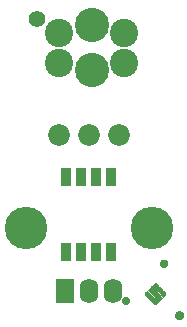
<source format=gbs>
%TF.GenerationSoftware,KiCad,Pcbnew,4.0.7*%
%TF.CreationDate,2018-05-06T15:58:21+02:00*%
%TF.ProjectId,Modulo IR,4D6F64756C6F2049522E6B696361645F,1.0*%
%TF.FileFunction,Soldermask,Bot*%
%FSLAX46Y46*%
G04 Gerber Fmt 4.6, Leading zero omitted, Abs format (unit mm)*
G04 Created by KiCad (PCBNEW 4.0.7) date 05/06/18 15:58:21*
%MOMM*%
%LPD*%
G01*
G04 APERTURE LIST*
%ADD10C,0.100000*%
%ADD11C,0.010000*%
%ADD12C,1.840000*%
%ADD13R,0.908000X1.543000*%
%ADD14R,1.600000X2.100000*%
%ADD15O,1.600000X2.100000*%
%ADD16C,2.400000*%
%ADD17C,2.900000*%
%ADD18C,1.400000*%
%ADD19C,3.600000*%
G04 APERTURE END LIST*
D10*
D11*
G36*
X17233402Y-31229004D02*
X17230410Y-31229707D01*
X17171109Y-31250345D01*
X17117065Y-31281674D01*
X17069681Y-31322285D01*
X17030357Y-31370767D01*
X17000494Y-31425712D01*
X16983111Y-31478472D01*
X16974010Y-31542818D01*
X16977352Y-31605053D01*
X16992972Y-31664616D01*
X17020709Y-31720948D01*
X17060399Y-31773489D01*
X17072704Y-31786508D01*
X17116802Y-31825316D01*
X17163114Y-31853521D01*
X17215319Y-31873135D01*
X17243982Y-31880180D01*
X17284638Y-31887047D01*
X17320009Y-31888434D01*
X17356267Y-31884340D01*
X17376775Y-31880212D01*
X17439524Y-31860048D01*
X17495676Y-31829377D01*
X17544334Y-31789042D01*
X17584598Y-31739887D01*
X17615571Y-31682754D01*
X17630075Y-31642484D01*
X17639227Y-31593119D01*
X17640016Y-31538680D01*
X17632881Y-31483250D01*
X17618264Y-31430908D01*
X17603688Y-31398050D01*
X17586971Y-31372530D01*
X17563146Y-31343678D01*
X17535254Y-31314545D01*
X17506335Y-31288186D01*
X17479431Y-31267653D01*
X17465675Y-31259478D01*
X17410177Y-31237526D01*
X17350555Y-31224825D01*
X17290425Y-31221832D01*
X17233402Y-31229004D01*
X17233402Y-31229004D01*
G37*
X17233402Y-31229004D02*
X17230410Y-31229707D01*
X17171109Y-31250345D01*
X17117065Y-31281674D01*
X17069681Y-31322285D01*
X17030357Y-31370767D01*
X17000494Y-31425712D01*
X16983111Y-31478472D01*
X16974010Y-31542818D01*
X16977352Y-31605053D01*
X16992972Y-31664616D01*
X17020709Y-31720948D01*
X17060399Y-31773489D01*
X17072704Y-31786508D01*
X17116802Y-31825316D01*
X17163114Y-31853521D01*
X17215319Y-31873135D01*
X17243982Y-31880180D01*
X17284638Y-31887047D01*
X17320009Y-31888434D01*
X17356267Y-31884340D01*
X17376775Y-31880212D01*
X17439524Y-31860048D01*
X17495676Y-31829377D01*
X17544334Y-31789042D01*
X17584598Y-31739887D01*
X17615571Y-31682754D01*
X17630075Y-31642484D01*
X17639227Y-31593119D01*
X17640016Y-31538680D01*
X17632881Y-31483250D01*
X17618264Y-31430908D01*
X17603688Y-31398050D01*
X17586971Y-31372530D01*
X17563146Y-31343678D01*
X17535254Y-31314545D01*
X17506335Y-31288186D01*
X17479431Y-31267653D01*
X17465675Y-31259478D01*
X17410177Y-31237526D01*
X17350555Y-31224825D01*
X17290425Y-31221832D01*
X17233402Y-31229004D01*
G36*
X15260754Y-28859192D02*
X15237444Y-28862446D01*
X15212779Y-28870042D01*
X15206679Y-28872740D01*
X15195542Y-28880434D01*
X15176455Y-28896586D01*
X15149298Y-28921309D01*
X15113952Y-28954718D01*
X15070297Y-28996927D01*
X15018213Y-29048049D01*
X14957580Y-29108200D01*
X14916179Y-29149539D01*
X14652682Y-29413201D01*
X14928635Y-29689209D01*
X14985579Y-29746121D01*
X15034269Y-29794660D01*
X15075399Y-29835469D01*
X15109658Y-29869191D01*
X15137740Y-29896469D01*
X15160336Y-29917946D01*
X15178136Y-29934264D01*
X15191834Y-29946066D01*
X15202120Y-29953996D01*
X15209686Y-29958697D01*
X15215224Y-29960810D01*
X15219426Y-29960980D01*
X15220707Y-29960699D01*
X15255085Y-29956186D01*
X15293240Y-29959334D01*
X15329351Y-29969488D01*
X15339371Y-29974032D01*
X15375397Y-29998893D01*
X15402824Y-30031357D01*
X15420921Y-30069227D01*
X15428961Y-30110302D01*
X15426212Y-30152386D01*
X15412067Y-30193042D01*
X15393610Y-30219799D01*
X15367853Y-30245112D01*
X15338960Y-30265456D01*
X15313197Y-30276752D01*
X15268643Y-30283377D01*
X15226284Y-30278774D01*
X15187734Y-30264119D01*
X15154609Y-30240588D01*
X15128524Y-30209355D01*
X15111094Y-30171596D01*
X15103934Y-30128487D01*
X15103849Y-30124400D01*
X15104360Y-30100797D01*
X15106065Y-30080858D01*
X15108187Y-30070346D01*
X15108031Y-30066530D01*
X15105036Y-30060407D01*
X15098595Y-30051330D01*
X15088099Y-30038654D01*
X15072941Y-30021730D01*
X15052514Y-29999913D01*
X15026211Y-29972557D01*
X14993423Y-29939014D01*
X14953543Y-29898638D01*
X14905963Y-29850783D01*
X14850077Y-29794801D01*
X14836763Y-29781487D01*
X14560627Y-29505406D01*
X14487125Y-29578365D01*
X14451846Y-29614101D01*
X14425082Y-29643220D01*
X14405742Y-29667407D01*
X14392731Y-29688348D01*
X14384957Y-29707729D01*
X14381328Y-29727237D01*
X14380667Y-29742588D01*
X14383253Y-29771801D01*
X14390094Y-29796682D01*
X14391860Y-29800550D01*
X14398188Y-29808724D01*
X14412765Y-29825001D01*
X14434788Y-29848575D01*
X14463455Y-29878642D01*
X14497963Y-29914394D01*
X14537508Y-29955028D01*
X14581287Y-29999738D01*
X14628499Y-30047718D01*
X14678339Y-30098164D01*
X14730005Y-30150270D01*
X14782694Y-30203230D01*
X14835604Y-30256240D01*
X14887930Y-30308493D01*
X14938871Y-30359186D01*
X14987623Y-30407511D01*
X15033384Y-30452665D01*
X15075350Y-30493842D01*
X15112718Y-30530236D01*
X15144687Y-30561042D01*
X15170452Y-30585455D01*
X15189211Y-30602669D01*
X15200161Y-30611880D01*
X15201900Y-30613014D01*
X15233688Y-30624598D01*
X15267739Y-30629103D01*
X15294876Y-30626479D01*
X15314094Y-30619597D01*
X15334317Y-30609350D01*
X15336151Y-30608228D01*
X15344483Y-30601352D01*
X15360886Y-30586309D01*
X15384487Y-30563946D01*
X15414414Y-30535114D01*
X15449795Y-30500661D01*
X15489755Y-30461437D01*
X15533423Y-30418289D01*
X15579927Y-30372067D01*
X15617806Y-30334225D01*
X15878137Y-30073580D01*
X15325725Y-29521834D01*
X15295694Y-29528882D01*
X15255048Y-29532172D01*
X15214773Y-29523867D01*
X15176984Y-29504949D01*
X15143797Y-29476403D01*
X15122662Y-29448403D01*
X15112473Y-29430373D01*
X15106693Y-29414371D01*
X15104138Y-29395473D01*
X15103623Y-29369247D01*
X15106842Y-29328682D01*
X15117236Y-29295751D01*
X15136325Y-29266718D01*
X15152132Y-29250046D01*
X15187857Y-29223865D01*
X15227183Y-29208738D01*
X15268118Y-29204317D01*
X15308672Y-29210255D01*
X15346852Y-29226202D01*
X15380669Y-29251810D01*
X15408131Y-29286731D01*
X15413172Y-29295725D01*
X15421746Y-29320616D01*
X15426526Y-29352187D01*
X15427057Y-29384863D01*
X15422884Y-29413069D01*
X15422779Y-29413443D01*
X15422411Y-29417337D01*
X15423756Y-29422317D01*
X15427455Y-29429076D01*
X15434153Y-29438306D01*
X15444492Y-29450699D01*
X15459116Y-29466946D01*
X15478667Y-29487739D01*
X15503789Y-29513770D01*
X15535124Y-29545731D01*
X15573315Y-29584314D01*
X15619006Y-29630210D01*
X15672839Y-29684112D01*
X15694206Y-29705480D01*
X15970179Y-29981398D01*
X16046577Y-29905261D01*
X16075120Y-29875945D01*
X16100199Y-29848519D01*
X16120111Y-29824945D01*
X16133154Y-29807191D01*
X16136246Y-29801794D01*
X16147624Y-29764554D01*
X16148024Y-29725083D01*
X16137445Y-29687537D01*
X16136253Y-29685005D01*
X16130167Y-29676157D01*
X16117275Y-29660846D01*
X16097322Y-29638809D01*
X16070057Y-29609785D01*
X16035224Y-29573512D01*
X15992571Y-29529728D01*
X15941844Y-29478172D01*
X15882789Y-29418582D01*
X15815153Y-29350696D01*
X15738682Y-29274251D01*
X15730708Y-29266294D01*
X15660887Y-29196630D01*
X15599450Y-29135380D01*
X15545774Y-29082003D01*
X15499236Y-29035960D01*
X15459213Y-28996712D01*
X15425082Y-28963717D01*
X15396219Y-28936438D01*
X15372002Y-28914333D01*
X15351808Y-28896863D01*
X15335013Y-28883489D01*
X15320995Y-28873670D01*
X15309129Y-28866867D01*
X15298794Y-28862540D01*
X15289367Y-28860150D01*
X15280223Y-28859156D01*
X15270740Y-28859019D01*
X15260754Y-28859192D01*
X15260754Y-28859192D01*
G37*
X15260754Y-28859192D02*
X15237444Y-28862446D01*
X15212779Y-28870042D01*
X15206679Y-28872740D01*
X15195542Y-28880434D01*
X15176455Y-28896586D01*
X15149298Y-28921309D01*
X15113952Y-28954718D01*
X15070297Y-28996927D01*
X15018213Y-29048049D01*
X14957580Y-29108200D01*
X14916179Y-29149539D01*
X14652682Y-29413201D01*
X14928635Y-29689209D01*
X14985579Y-29746121D01*
X15034269Y-29794660D01*
X15075399Y-29835469D01*
X15109658Y-29869191D01*
X15137740Y-29896469D01*
X15160336Y-29917946D01*
X15178136Y-29934264D01*
X15191834Y-29946066D01*
X15202120Y-29953996D01*
X15209686Y-29958697D01*
X15215224Y-29960810D01*
X15219426Y-29960980D01*
X15220707Y-29960699D01*
X15255085Y-29956186D01*
X15293240Y-29959334D01*
X15329351Y-29969488D01*
X15339371Y-29974032D01*
X15375397Y-29998893D01*
X15402824Y-30031357D01*
X15420921Y-30069227D01*
X15428961Y-30110302D01*
X15426212Y-30152386D01*
X15412067Y-30193042D01*
X15393610Y-30219799D01*
X15367853Y-30245112D01*
X15338960Y-30265456D01*
X15313197Y-30276752D01*
X15268643Y-30283377D01*
X15226284Y-30278774D01*
X15187734Y-30264119D01*
X15154609Y-30240588D01*
X15128524Y-30209355D01*
X15111094Y-30171596D01*
X15103934Y-30128487D01*
X15103849Y-30124400D01*
X15104360Y-30100797D01*
X15106065Y-30080858D01*
X15108187Y-30070346D01*
X15108031Y-30066530D01*
X15105036Y-30060407D01*
X15098595Y-30051330D01*
X15088099Y-30038654D01*
X15072941Y-30021730D01*
X15052514Y-29999913D01*
X15026211Y-29972557D01*
X14993423Y-29939014D01*
X14953543Y-29898638D01*
X14905963Y-29850783D01*
X14850077Y-29794801D01*
X14836763Y-29781487D01*
X14560627Y-29505406D01*
X14487125Y-29578365D01*
X14451846Y-29614101D01*
X14425082Y-29643220D01*
X14405742Y-29667407D01*
X14392731Y-29688348D01*
X14384957Y-29707729D01*
X14381328Y-29727237D01*
X14380667Y-29742588D01*
X14383253Y-29771801D01*
X14390094Y-29796682D01*
X14391860Y-29800550D01*
X14398188Y-29808724D01*
X14412765Y-29825001D01*
X14434788Y-29848575D01*
X14463455Y-29878642D01*
X14497963Y-29914394D01*
X14537508Y-29955028D01*
X14581287Y-29999738D01*
X14628499Y-30047718D01*
X14678339Y-30098164D01*
X14730005Y-30150270D01*
X14782694Y-30203230D01*
X14835604Y-30256240D01*
X14887930Y-30308493D01*
X14938871Y-30359186D01*
X14987623Y-30407511D01*
X15033384Y-30452665D01*
X15075350Y-30493842D01*
X15112718Y-30530236D01*
X15144687Y-30561042D01*
X15170452Y-30585455D01*
X15189211Y-30602669D01*
X15200161Y-30611880D01*
X15201900Y-30613014D01*
X15233688Y-30624598D01*
X15267739Y-30629103D01*
X15294876Y-30626479D01*
X15314094Y-30619597D01*
X15334317Y-30609350D01*
X15336151Y-30608228D01*
X15344483Y-30601352D01*
X15360886Y-30586309D01*
X15384487Y-30563946D01*
X15414414Y-30535114D01*
X15449795Y-30500661D01*
X15489755Y-30461437D01*
X15533423Y-30418289D01*
X15579927Y-30372067D01*
X15617806Y-30334225D01*
X15878137Y-30073580D01*
X15325725Y-29521834D01*
X15295694Y-29528882D01*
X15255048Y-29532172D01*
X15214773Y-29523867D01*
X15176984Y-29504949D01*
X15143797Y-29476403D01*
X15122662Y-29448403D01*
X15112473Y-29430373D01*
X15106693Y-29414371D01*
X15104138Y-29395473D01*
X15103623Y-29369247D01*
X15106842Y-29328682D01*
X15117236Y-29295751D01*
X15136325Y-29266718D01*
X15152132Y-29250046D01*
X15187857Y-29223865D01*
X15227183Y-29208738D01*
X15268118Y-29204317D01*
X15308672Y-29210255D01*
X15346852Y-29226202D01*
X15380669Y-29251810D01*
X15408131Y-29286731D01*
X15413172Y-29295725D01*
X15421746Y-29320616D01*
X15426526Y-29352187D01*
X15427057Y-29384863D01*
X15422884Y-29413069D01*
X15422779Y-29413443D01*
X15422411Y-29417337D01*
X15423756Y-29422317D01*
X15427455Y-29429076D01*
X15434153Y-29438306D01*
X15444492Y-29450699D01*
X15459116Y-29466946D01*
X15478667Y-29487739D01*
X15503789Y-29513770D01*
X15535124Y-29545731D01*
X15573315Y-29584314D01*
X15619006Y-29630210D01*
X15672839Y-29684112D01*
X15694206Y-29705480D01*
X15970179Y-29981398D01*
X16046577Y-29905261D01*
X16075120Y-29875945D01*
X16100199Y-29848519D01*
X16120111Y-29824945D01*
X16133154Y-29807191D01*
X16136246Y-29801794D01*
X16147624Y-29764554D01*
X16148024Y-29725083D01*
X16137445Y-29687537D01*
X16136253Y-29685005D01*
X16130167Y-29676157D01*
X16117275Y-29660846D01*
X16097322Y-29638809D01*
X16070057Y-29609785D01*
X16035224Y-29573512D01*
X15992571Y-29529728D01*
X15941844Y-29478172D01*
X15882789Y-29418582D01*
X15815153Y-29350696D01*
X15738682Y-29274251D01*
X15730708Y-29266294D01*
X15660887Y-29196630D01*
X15599450Y-29135380D01*
X15545774Y-29082003D01*
X15499236Y-29035960D01*
X15459213Y-28996712D01*
X15425082Y-28963717D01*
X15396219Y-28936438D01*
X15372002Y-28914333D01*
X15351808Y-28896863D01*
X15335013Y-28883489D01*
X15320995Y-28873670D01*
X15309129Y-28866867D01*
X15298794Y-28862540D01*
X15289367Y-28860150D01*
X15280223Y-28859156D01*
X15270740Y-28859019D01*
X15260754Y-28859192D01*
G36*
X12742438Y-30014154D02*
X12684984Y-30027676D01*
X12630708Y-30052684D01*
X12580989Y-30088941D01*
X12562299Y-30106941D01*
X12523346Y-30154827D01*
X12496390Y-30205485D01*
X12480780Y-30260533D01*
X12475867Y-30321587D01*
X12475868Y-30321856D01*
X12482219Y-30380661D01*
X12499987Y-30436993D01*
X12527960Y-30489095D01*
X12564927Y-30535210D01*
X12609677Y-30573581D01*
X12660998Y-30602450D01*
X12672542Y-30607158D01*
X12707888Y-30616838D01*
X12750262Y-30622664D01*
X12794724Y-30624398D01*
X12836334Y-30621804D01*
X12864436Y-30616398D01*
X12922300Y-30593778D01*
X12973693Y-30560678D01*
X13017508Y-30518128D01*
X13052640Y-30467161D01*
X13073539Y-30421585D01*
X13088314Y-30364204D01*
X13091251Y-30306172D01*
X13083006Y-30249102D01*
X13064239Y-30194609D01*
X13035605Y-30144307D01*
X12997763Y-30099809D01*
X12951370Y-30062731D01*
X12920085Y-30044905D01*
X12861367Y-30022530D01*
X12801692Y-30012360D01*
X12742438Y-30014154D01*
X12742438Y-30014154D01*
G37*
X12742438Y-30014154D02*
X12684984Y-30027676D01*
X12630708Y-30052684D01*
X12580989Y-30088941D01*
X12562299Y-30106941D01*
X12523346Y-30154827D01*
X12496390Y-30205485D01*
X12480780Y-30260533D01*
X12475867Y-30321587D01*
X12475868Y-30321856D01*
X12482219Y-30380661D01*
X12499987Y-30436993D01*
X12527960Y-30489095D01*
X12564927Y-30535210D01*
X12609677Y-30573581D01*
X12660998Y-30602450D01*
X12672542Y-30607158D01*
X12707888Y-30616838D01*
X12750262Y-30622664D01*
X12794724Y-30624398D01*
X12836334Y-30621804D01*
X12864436Y-30616398D01*
X12922300Y-30593778D01*
X12973693Y-30560678D01*
X13017508Y-30518128D01*
X13052640Y-30467161D01*
X13073539Y-30421585D01*
X13088314Y-30364204D01*
X13091251Y-30306172D01*
X13083006Y-30249102D01*
X13064239Y-30194609D01*
X13035605Y-30144307D01*
X12997763Y-30099809D01*
X12951370Y-30062731D01*
X12920085Y-30044905D01*
X12861367Y-30022530D01*
X12801692Y-30012360D01*
X12742438Y-30014154D01*
G36*
X15240015Y-30059938D02*
X15217760Y-30074168D01*
X15202477Y-30094336D01*
X15198832Y-30104863D01*
X15199210Y-30129283D01*
X15208754Y-30153663D01*
X15225099Y-30172917D01*
X15232835Y-30177953D01*
X15259082Y-30186887D01*
X15283537Y-30184257D01*
X15301083Y-30175774D01*
X15320741Y-30157621D01*
X15330514Y-30135279D01*
X15331194Y-30111436D01*
X15323573Y-30088780D01*
X15308442Y-30070002D01*
X15286592Y-30057788D01*
X15265400Y-30054550D01*
X15240015Y-30059938D01*
X15240015Y-30059938D01*
G37*
X15240015Y-30059938D02*
X15217760Y-30074168D01*
X15202477Y-30094336D01*
X15198832Y-30104863D01*
X15199210Y-30129283D01*
X15208754Y-30153663D01*
X15225099Y-30172917D01*
X15232835Y-30177953D01*
X15259082Y-30186887D01*
X15283537Y-30184257D01*
X15301083Y-30175774D01*
X15320741Y-30157621D01*
X15330514Y-30135279D01*
X15331194Y-30111436D01*
X15323573Y-30088780D01*
X15308442Y-30070002D01*
X15286592Y-30057788D01*
X15265400Y-30054550D01*
X15240015Y-30059938D01*
G36*
X15249770Y-29301879D02*
X15236254Y-29307418D01*
X15215892Y-29323298D01*
X15202228Y-29346083D01*
X15197523Y-29371334D01*
X15198674Y-29381215D01*
X15209742Y-29404358D01*
X15229601Y-29422423D01*
X15254652Y-29433130D01*
X15281299Y-29434193D01*
X15281988Y-29434070D01*
X15294881Y-29428016D01*
X15310062Y-29416100D01*
X15313594Y-29412606D01*
X15328488Y-29389137D01*
X15332424Y-29363747D01*
X15326188Y-29339341D01*
X15310569Y-29318824D01*
X15286354Y-29305103D01*
X15284256Y-29304441D01*
X15265043Y-29300175D01*
X15249770Y-29301879D01*
X15249770Y-29301879D01*
G37*
X15249770Y-29301879D02*
X15236254Y-29307418D01*
X15215892Y-29323298D01*
X15202228Y-29346083D01*
X15197523Y-29371334D01*
X15198674Y-29381215D01*
X15209742Y-29404358D01*
X15229601Y-29422423D01*
X15254652Y-29433130D01*
X15281299Y-29434193D01*
X15281988Y-29434070D01*
X15294881Y-29428016D01*
X15310062Y-29416100D01*
X15313594Y-29412606D01*
X15328488Y-29389137D01*
X15332424Y-29363747D01*
X15326188Y-29339341D01*
X15310569Y-29318824D01*
X15286354Y-29305103D01*
X15284256Y-29304441D01*
X15265043Y-29300175D01*
X15249770Y-29301879D01*
G36*
X15970701Y-26855635D02*
X15913999Y-26866662D01*
X15860713Y-26887861D01*
X15812272Y-26918398D01*
X15770103Y-26957440D01*
X15735634Y-27004155D01*
X15710293Y-27057708D01*
X15699712Y-27094340D01*
X15692572Y-27153955D01*
X15697074Y-27212670D01*
X15712357Y-27268919D01*
X15737560Y-27321131D01*
X15771822Y-27367741D01*
X15814283Y-27407181D01*
X15864081Y-27437882D01*
X15895466Y-27450887D01*
X15937991Y-27461622D01*
X15985295Y-27467024D01*
X16032101Y-27466805D01*
X16073127Y-27460674D01*
X16073294Y-27460632D01*
X16124495Y-27443013D01*
X16170111Y-27416812D01*
X16213415Y-27380104D01*
X16217977Y-27375545D01*
X16255626Y-27331635D01*
X16282126Y-27286445D01*
X16298547Y-27237339D01*
X16305962Y-27181677D01*
X16306645Y-27157162D01*
X16301875Y-27099707D01*
X16286677Y-27047422D01*
X16260296Y-26998461D01*
X16222152Y-26951167D01*
X16180795Y-26913411D01*
X16136241Y-26885905D01*
X16088644Y-26867425D01*
X16029392Y-26855611D01*
X15970701Y-26855635D01*
X15970701Y-26855635D01*
G37*
X15970701Y-26855635D02*
X15913999Y-26866662D01*
X15860713Y-26887861D01*
X15812272Y-26918398D01*
X15770103Y-26957440D01*
X15735634Y-27004155D01*
X15710293Y-27057708D01*
X15699712Y-27094340D01*
X15692572Y-27153955D01*
X15697074Y-27212670D01*
X15712357Y-27268919D01*
X15737560Y-27321131D01*
X15771822Y-27367741D01*
X15814283Y-27407181D01*
X15864081Y-27437882D01*
X15895466Y-27450887D01*
X15937991Y-27461622D01*
X15985295Y-27467024D01*
X16032101Y-27466805D01*
X16073127Y-27460674D01*
X16073294Y-27460632D01*
X16124495Y-27443013D01*
X16170111Y-27416812D01*
X16213415Y-27380104D01*
X16217977Y-27375545D01*
X16255626Y-27331635D01*
X16282126Y-27286445D01*
X16298547Y-27237339D01*
X16305962Y-27181677D01*
X16306645Y-27157162D01*
X16301875Y-27099707D01*
X16286677Y-27047422D01*
X16260296Y-26998461D01*
X16222152Y-26951167D01*
X16180795Y-26913411D01*
X16136241Y-26885905D01*
X16088644Y-26867425D01*
X16029392Y-26855611D01*
X15970701Y-26855635D01*
D12*
X7112000Y-16256000D03*
X9652000Y-16256000D03*
X12192000Y-16256000D03*
D13*
X11557000Y-19875500D03*
X10287000Y-19875500D03*
X9017000Y-19875500D03*
X7747000Y-19875500D03*
X7747000Y-26225500D03*
X9017000Y-26225500D03*
X10287000Y-26225500D03*
X11557000Y-26225500D03*
D14*
X7670800Y-29464000D03*
D15*
X9670800Y-29464000D03*
X11670800Y-29464000D03*
D16*
X7156000Y-10160000D03*
X12656000Y-10160000D03*
X7156000Y-7620000D03*
X12656000Y-7620000D03*
D17*
X9906000Y-6990000D03*
X9906000Y-10790000D03*
D18*
X5256000Y-6440000D03*
D19*
X14986000Y-24130000D03*
X4318000Y-24130000D03*
M02*

</source>
